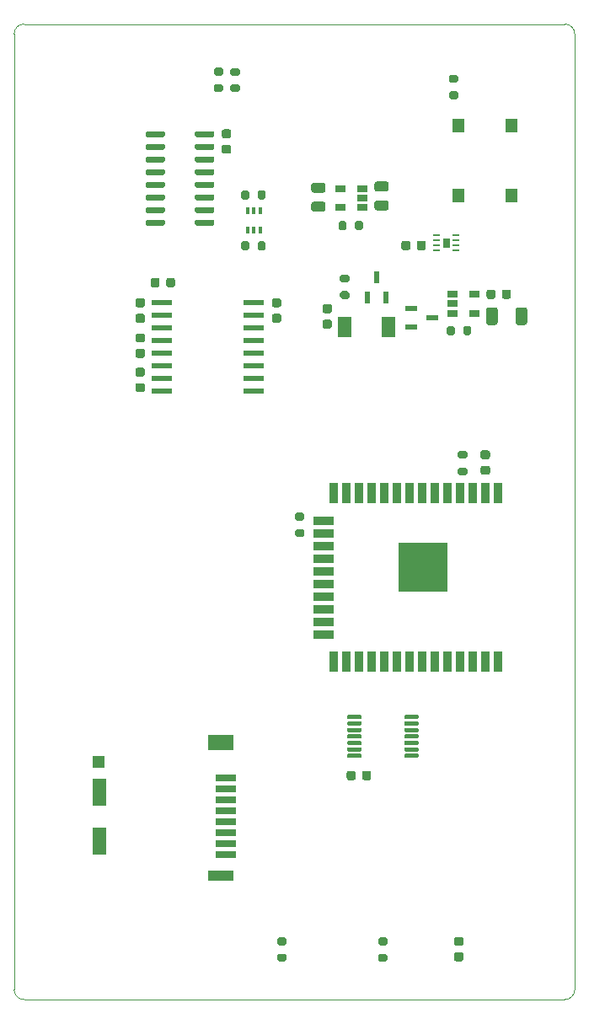
<source format=gtp>
%TF.GenerationSoftware,KiCad,Pcbnew,5.1.10-88a1d61d58~88~ubuntu20.04.1*%
%TF.CreationDate,2021-06-24T14:50:30-05:00*%
%TF.ProjectId,MiOrigin,4d694f72-6967-4696-9e2e-6b696361645f,rev?*%
%TF.SameCoordinates,Original*%
%TF.FileFunction,Paste,Top*%
%TF.FilePolarity,Positive*%
%FSLAX46Y46*%
G04 Gerber Fmt 4.6, Leading zero omitted, Abs format (unit mm)*
G04 Created by KiCad (PCBNEW 5.1.10-88a1d61d58~88~ubuntu20.04.1) date 2021-06-24 14:50:30*
%MOMM*%
%LPD*%
G01*
G04 APERTURE LIST*
%TA.AperFunction,Profile*%
%ADD10C,0.010000*%
%TD*%
%ADD11C,0.010000*%
%ADD12R,0.760000X0.270000*%
%ADD13R,1.200000X1.400000*%
%ADD14R,1.200000X1.200000*%
%ADD15R,1.400000X2.700000*%
%ADD16R,2.600000X1.500000*%
%ADD17R,2.600000X1.000000*%
%ADD18R,2.000000X0.700000*%
%ADD19R,2.060000X0.600000*%
%ADD20R,0.400000X0.650000*%
%ADD21R,1.060000X0.650000*%
%ADD22R,1.300000X0.600000*%
%ADD23R,1.400000X2.100000*%
%ADD24R,0.600000X1.300000*%
%ADD25R,0.900000X2.000000*%
%ADD26R,2.000000X0.900000*%
%ADD27R,5.000000X5.000000*%
G04 APERTURE END LIST*
D10*
X125580000Y-143500000D02*
G75*
G02*
X124580000Y-142500000I0J1000000D01*
G01*
X180920000Y-142500000D02*
G75*
G02*
X179920000Y-143500000I-1000000J0D01*
G01*
X179920000Y-45500000D02*
G75*
G02*
X180920000Y-46500000I0J-1000000D01*
G01*
X124580000Y-46500000D02*
G75*
G02*
X125580000Y-45500000I1000000J0D01*
G01*
X124580000Y-142500000D02*
X124580000Y-46500000D01*
X180920000Y-142500000D02*
X180920000Y-46500000D01*
X179920000Y-143500000D02*
X125580000Y-143500000D01*
X125580000Y-45500000D02*
X179920000Y-45500000D01*
D11*
%TO.C,U6*%
G36*
X167695000Y-67040000D02*
G01*
X168255000Y-67040000D01*
X168255000Y-67860000D01*
X167695000Y-67860000D01*
X167695000Y-67040000D01*
G37*
X167695000Y-67040000D02*
X168255000Y-67040000D01*
X168255000Y-67860000D01*
X167695000Y-67860000D01*
X167695000Y-67040000D01*
%TD*%
%TO.C,U7*%
G36*
G01*
X159515000Y-118920000D02*
X159515000Y-119120000D01*
G75*
G02*
X159415000Y-119220000I-100000J0D01*
G01*
X158140000Y-119220000D01*
G75*
G02*
X158040000Y-119120000I0J100000D01*
G01*
X158040000Y-118920000D01*
G75*
G02*
X158140000Y-118820000I100000J0D01*
G01*
X159415000Y-118820000D01*
G75*
G02*
X159515000Y-118920000I0J-100000D01*
G01*
G37*
G36*
G01*
X159515000Y-118270000D02*
X159515000Y-118470000D01*
G75*
G02*
X159415000Y-118570000I-100000J0D01*
G01*
X158140000Y-118570000D01*
G75*
G02*
X158040000Y-118470000I0J100000D01*
G01*
X158040000Y-118270000D01*
G75*
G02*
X158140000Y-118170000I100000J0D01*
G01*
X159415000Y-118170000D01*
G75*
G02*
X159515000Y-118270000I0J-100000D01*
G01*
G37*
G36*
G01*
X159515000Y-117620000D02*
X159515000Y-117820000D01*
G75*
G02*
X159415000Y-117920000I-100000J0D01*
G01*
X158140000Y-117920000D01*
G75*
G02*
X158040000Y-117820000I0J100000D01*
G01*
X158040000Y-117620000D01*
G75*
G02*
X158140000Y-117520000I100000J0D01*
G01*
X159415000Y-117520000D01*
G75*
G02*
X159515000Y-117620000I0J-100000D01*
G01*
G37*
G36*
G01*
X159515000Y-116970000D02*
X159515000Y-117170000D01*
G75*
G02*
X159415000Y-117270000I-100000J0D01*
G01*
X158140000Y-117270000D01*
G75*
G02*
X158040000Y-117170000I0J100000D01*
G01*
X158040000Y-116970000D01*
G75*
G02*
X158140000Y-116870000I100000J0D01*
G01*
X159415000Y-116870000D01*
G75*
G02*
X159515000Y-116970000I0J-100000D01*
G01*
G37*
G36*
G01*
X159515000Y-116320000D02*
X159515000Y-116520000D01*
G75*
G02*
X159415000Y-116620000I-100000J0D01*
G01*
X158140000Y-116620000D01*
G75*
G02*
X158040000Y-116520000I0J100000D01*
G01*
X158040000Y-116320000D01*
G75*
G02*
X158140000Y-116220000I100000J0D01*
G01*
X159415000Y-116220000D01*
G75*
G02*
X159515000Y-116320000I0J-100000D01*
G01*
G37*
G36*
G01*
X159515000Y-115670000D02*
X159515000Y-115870000D01*
G75*
G02*
X159415000Y-115970000I-100000J0D01*
G01*
X158140000Y-115970000D01*
G75*
G02*
X158040000Y-115870000I0J100000D01*
G01*
X158040000Y-115670000D01*
G75*
G02*
X158140000Y-115570000I100000J0D01*
G01*
X159415000Y-115570000D01*
G75*
G02*
X159515000Y-115670000I0J-100000D01*
G01*
G37*
G36*
G01*
X159515000Y-115020000D02*
X159515000Y-115220000D01*
G75*
G02*
X159415000Y-115320000I-100000J0D01*
G01*
X158140000Y-115320000D01*
G75*
G02*
X158040000Y-115220000I0J100000D01*
G01*
X158040000Y-115020000D01*
G75*
G02*
X158140000Y-114920000I100000J0D01*
G01*
X159415000Y-114920000D01*
G75*
G02*
X159515000Y-115020000I0J-100000D01*
G01*
G37*
G36*
G01*
X165240000Y-115020000D02*
X165240000Y-115220000D01*
G75*
G02*
X165140000Y-115320000I-100000J0D01*
G01*
X163865000Y-115320000D01*
G75*
G02*
X163765000Y-115220000I0J100000D01*
G01*
X163765000Y-115020000D01*
G75*
G02*
X163865000Y-114920000I100000J0D01*
G01*
X165140000Y-114920000D01*
G75*
G02*
X165240000Y-115020000I0J-100000D01*
G01*
G37*
G36*
G01*
X165240000Y-115670000D02*
X165240000Y-115870000D01*
G75*
G02*
X165140000Y-115970000I-100000J0D01*
G01*
X163865000Y-115970000D01*
G75*
G02*
X163765000Y-115870000I0J100000D01*
G01*
X163765000Y-115670000D01*
G75*
G02*
X163865000Y-115570000I100000J0D01*
G01*
X165140000Y-115570000D01*
G75*
G02*
X165240000Y-115670000I0J-100000D01*
G01*
G37*
G36*
G01*
X165240000Y-116320000D02*
X165240000Y-116520000D01*
G75*
G02*
X165140000Y-116620000I-100000J0D01*
G01*
X163865000Y-116620000D01*
G75*
G02*
X163765000Y-116520000I0J100000D01*
G01*
X163765000Y-116320000D01*
G75*
G02*
X163865000Y-116220000I100000J0D01*
G01*
X165140000Y-116220000D01*
G75*
G02*
X165240000Y-116320000I0J-100000D01*
G01*
G37*
G36*
G01*
X165240000Y-116970000D02*
X165240000Y-117170000D01*
G75*
G02*
X165140000Y-117270000I-100000J0D01*
G01*
X163865000Y-117270000D01*
G75*
G02*
X163765000Y-117170000I0J100000D01*
G01*
X163765000Y-116970000D01*
G75*
G02*
X163865000Y-116870000I100000J0D01*
G01*
X165140000Y-116870000D01*
G75*
G02*
X165240000Y-116970000I0J-100000D01*
G01*
G37*
G36*
G01*
X165240000Y-117620000D02*
X165240000Y-117820000D01*
G75*
G02*
X165140000Y-117920000I-100000J0D01*
G01*
X163865000Y-117920000D01*
G75*
G02*
X163765000Y-117820000I0J100000D01*
G01*
X163765000Y-117620000D01*
G75*
G02*
X163865000Y-117520000I100000J0D01*
G01*
X165140000Y-117520000D01*
G75*
G02*
X165240000Y-117620000I0J-100000D01*
G01*
G37*
G36*
G01*
X165240000Y-118270000D02*
X165240000Y-118470000D01*
G75*
G02*
X165140000Y-118570000I-100000J0D01*
G01*
X163865000Y-118570000D01*
G75*
G02*
X163765000Y-118470000I0J100000D01*
G01*
X163765000Y-118270000D01*
G75*
G02*
X163865000Y-118170000I100000J0D01*
G01*
X165140000Y-118170000D01*
G75*
G02*
X165240000Y-118270000I0J-100000D01*
G01*
G37*
G36*
G01*
X165240000Y-118920000D02*
X165240000Y-119120000D01*
G75*
G02*
X165140000Y-119220000I-100000J0D01*
G01*
X163865000Y-119220000D01*
G75*
G02*
X163765000Y-119120000I0J100000D01*
G01*
X163765000Y-118920000D01*
G75*
G02*
X163865000Y-118820000I100000J0D01*
G01*
X165140000Y-118820000D01*
G75*
G02*
X165240000Y-118920000I0J-100000D01*
G01*
G37*
%TD*%
D12*
%TO.C,U6*%
X168960000Y-66700000D03*
X168960000Y-67200000D03*
X168960000Y-67700000D03*
X168960000Y-68200000D03*
X166990000Y-68200000D03*
X166990000Y-67700000D03*
X166990000Y-67200000D03*
X166990000Y-66700000D03*
%TD*%
D13*
%TO.C,S3*%
X169210800Y-55716600D03*
X169210800Y-62716600D03*
%TD*%
%TO.C,S2*%
X174595600Y-55711400D03*
X174595600Y-62711400D03*
%TD*%
D14*
%TO.C,J3*%
X133086800Y-119596400D03*
D15*
X133186800Y-127546400D03*
X133186800Y-122646400D03*
D16*
X145386800Y-117696400D03*
D17*
X145386800Y-131046400D03*
D18*
X145886800Y-121246400D03*
X145886800Y-122346400D03*
X145886800Y-123446400D03*
X145886800Y-124546400D03*
X145886800Y-125646400D03*
X145886800Y-126746400D03*
X145886800Y-127846400D03*
X145886800Y-128946400D03*
%TD*%
%TO.C,C11*%
G36*
G01*
X159550000Y-121250000D02*
X159550000Y-120750000D01*
G75*
G02*
X159775000Y-120525000I225000J0D01*
G01*
X160225000Y-120525000D01*
G75*
G02*
X160450000Y-120750000I0J-225000D01*
G01*
X160450000Y-121250000D01*
G75*
G02*
X160225000Y-121475000I-225000J0D01*
G01*
X159775000Y-121475000D01*
G75*
G02*
X159550000Y-121250000I0J225000D01*
G01*
G37*
G36*
G01*
X158000000Y-121250000D02*
X158000000Y-120750000D01*
G75*
G02*
X158225000Y-120525000I225000J0D01*
G01*
X158675000Y-120525000D01*
G75*
G02*
X158900000Y-120750000I0J-225000D01*
G01*
X158900000Y-121250000D01*
G75*
G02*
X158675000Y-121475000I-225000J0D01*
G01*
X158225000Y-121475000D01*
G75*
G02*
X158000000Y-121250000I0J225000D01*
G01*
G37*
%TD*%
%TO.C,C8*%
G36*
G01*
X165050000Y-68000000D02*
X165050000Y-67500000D01*
G75*
G02*
X165275000Y-67275000I225000J0D01*
G01*
X165725000Y-67275000D01*
G75*
G02*
X165950000Y-67500000I0J-225000D01*
G01*
X165950000Y-68000000D01*
G75*
G02*
X165725000Y-68225000I-225000J0D01*
G01*
X165275000Y-68225000D01*
G75*
G02*
X165050000Y-68000000I0J225000D01*
G01*
G37*
G36*
G01*
X163500000Y-68000000D02*
X163500000Y-67500000D01*
G75*
G02*
X163725000Y-67275000I225000J0D01*
G01*
X164175000Y-67275000D01*
G75*
G02*
X164400000Y-67500000I0J-225000D01*
G01*
X164400000Y-68000000D01*
G75*
G02*
X164175000Y-68225000I-225000J0D01*
G01*
X163725000Y-68225000D01*
G75*
G02*
X163500000Y-68000000I0J225000D01*
G01*
G37*
%TD*%
%TO.C,C4*%
G36*
G01*
X156300000Y-74550000D02*
X155800000Y-74550000D01*
G75*
G02*
X155575000Y-74325000I0J225000D01*
G01*
X155575000Y-73875000D01*
G75*
G02*
X155800000Y-73650000I225000J0D01*
G01*
X156300000Y-73650000D01*
G75*
G02*
X156525000Y-73875000I0J-225000D01*
G01*
X156525000Y-74325000D01*
G75*
G02*
X156300000Y-74550000I-225000J0D01*
G01*
G37*
G36*
G01*
X156300000Y-76100000D02*
X155800000Y-76100000D01*
G75*
G02*
X155575000Y-75875000I0J225000D01*
G01*
X155575000Y-75425000D01*
G75*
G02*
X155800000Y-75200000I225000J0D01*
G01*
X156300000Y-75200000D01*
G75*
G02*
X156525000Y-75425000I0J-225000D01*
G01*
X156525000Y-75875000D01*
G75*
G02*
X156300000Y-76100000I-225000J0D01*
G01*
G37*
%TD*%
%TO.C,C2*%
G36*
G01*
X154681000Y-63346000D02*
X155631000Y-63346000D01*
G75*
G02*
X155881000Y-63596000I0J-250000D01*
G01*
X155881000Y-64096000D01*
G75*
G02*
X155631000Y-64346000I-250000J0D01*
G01*
X154681000Y-64346000D01*
G75*
G02*
X154431000Y-64096000I0J250000D01*
G01*
X154431000Y-63596000D01*
G75*
G02*
X154681000Y-63346000I250000J0D01*
G01*
G37*
G36*
G01*
X154681000Y-61446000D02*
X155631000Y-61446000D01*
G75*
G02*
X155881000Y-61696000I0J-250000D01*
G01*
X155881000Y-62196000D01*
G75*
G02*
X155631000Y-62446000I-250000J0D01*
G01*
X154681000Y-62446000D01*
G75*
G02*
X154431000Y-62196000I0J250000D01*
G01*
X154431000Y-61696000D01*
G75*
G02*
X154681000Y-61446000I250000J0D01*
G01*
G37*
%TD*%
D19*
%TO.C,U8*%
X148690000Y-73510000D03*
X148690000Y-74780000D03*
X148690000Y-76050000D03*
X148690000Y-77320000D03*
X148690000Y-78590000D03*
X148690000Y-79860000D03*
X148690000Y-81130000D03*
X148690000Y-82400000D03*
X139410000Y-82400000D03*
X139410000Y-81130000D03*
X139410000Y-79860000D03*
X139410000Y-78590000D03*
X139410000Y-77320000D03*
X139410000Y-76050000D03*
X139410000Y-74780000D03*
X139410000Y-73510000D03*
%TD*%
%TO.C,C7*%
G36*
G01*
X174975000Y-75500001D02*
X174975000Y-74199999D01*
G75*
G02*
X175224999Y-73950000I249999J0D01*
G01*
X175875001Y-73950000D01*
G75*
G02*
X176125000Y-74199999I0J-249999D01*
G01*
X176125000Y-75500001D01*
G75*
G02*
X175875001Y-75750000I-249999J0D01*
G01*
X175224999Y-75750000D01*
G75*
G02*
X174975000Y-75500001I0J249999D01*
G01*
G37*
G36*
G01*
X172025000Y-75500001D02*
X172025000Y-74199999D01*
G75*
G02*
X172274999Y-73950000I249999J0D01*
G01*
X172925001Y-73950000D01*
G75*
G02*
X173175000Y-74199999I0J-249999D01*
G01*
X173175000Y-75500001D01*
G75*
G02*
X172925001Y-75750000I-249999J0D01*
G01*
X172274999Y-75750000D01*
G75*
G02*
X172025000Y-75500001I0J249999D01*
G01*
G37*
%TD*%
%TO.C,C3*%
G36*
G01*
X161031000Y-63224000D02*
X161981000Y-63224000D01*
G75*
G02*
X162231000Y-63474000I0J-250000D01*
G01*
X162231000Y-63974000D01*
G75*
G02*
X161981000Y-64224000I-250000J0D01*
G01*
X161031000Y-64224000D01*
G75*
G02*
X160781000Y-63974000I0J250000D01*
G01*
X160781000Y-63474000D01*
G75*
G02*
X161031000Y-63224000I250000J0D01*
G01*
G37*
G36*
G01*
X161031000Y-61324000D02*
X161981000Y-61324000D01*
G75*
G02*
X162231000Y-61574000I0J-250000D01*
G01*
X162231000Y-62074000D01*
G75*
G02*
X161981000Y-62324000I-250000J0D01*
G01*
X161031000Y-62324000D01*
G75*
G02*
X160781000Y-62074000I0J250000D01*
G01*
X160781000Y-61574000D01*
G75*
G02*
X161031000Y-61324000I250000J0D01*
G01*
G37*
%TD*%
%TO.C,R17*%
G36*
G01*
X161365000Y-138905600D02*
X161915000Y-138905600D01*
G75*
G02*
X162115000Y-139105600I0J-200000D01*
G01*
X162115000Y-139505600D01*
G75*
G02*
X161915000Y-139705600I-200000J0D01*
G01*
X161365000Y-139705600D01*
G75*
G02*
X161165000Y-139505600I0J200000D01*
G01*
X161165000Y-139105600D01*
G75*
G02*
X161365000Y-138905600I200000J0D01*
G01*
G37*
G36*
G01*
X161365000Y-137255600D02*
X161915000Y-137255600D01*
G75*
G02*
X162115000Y-137455600I0J-200000D01*
G01*
X162115000Y-137855600D01*
G75*
G02*
X161915000Y-138055600I-200000J0D01*
G01*
X161365000Y-138055600D01*
G75*
G02*
X161165000Y-137855600I0J200000D01*
G01*
X161165000Y-137455600D01*
G75*
G02*
X161365000Y-137255600I200000J0D01*
G01*
G37*
%TD*%
%TO.C,R16*%
G36*
G01*
X151205000Y-138892400D02*
X151755000Y-138892400D01*
G75*
G02*
X151955000Y-139092400I0J-200000D01*
G01*
X151955000Y-139492400D01*
G75*
G02*
X151755000Y-139692400I-200000J0D01*
G01*
X151205000Y-139692400D01*
G75*
G02*
X151005000Y-139492400I0J200000D01*
G01*
X151005000Y-139092400D01*
G75*
G02*
X151205000Y-138892400I200000J0D01*
G01*
G37*
G36*
G01*
X151205000Y-137242400D02*
X151755000Y-137242400D01*
G75*
G02*
X151955000Y-137442400I0J-200000D01*
G01*
X151955000Y-137842400D01*
G75*
G02*
X151755000Y-138042400I-200000J0D01*
G01*
X151205000Y-138042400D01*
G75*
G02*
X151005000Y-137842400I0J200000D01*
G01*
X151005000Y-137442400D01*
G75*
G02*
X151205000Y-137242400I200000J0D01*
G01*
G37*
%TD*%
D20*
%TO.C,Q1*%
X148034800Y-64262600D03*
X149334800Y-64262600D03*
X148684800Y-66162600D03*
X148684800Y-64262600D03*
X149334800Y-66162600D03*
X148034800Y-66162600D03*
%TD*%
%TO.C,C9*%
G36*
G01*
X169510000Y-138104000D02*
X169010000Y-138104000D01*
G75*
G02*
X168785000Y-137879000I0J225000D01*
G01*
X168785000Y-137429000D01*
G75*
G02*
X169010000Y-137204000I225000J0D01*
G01*
X169510000Y-137204000D01*
G75*
G02*
X169735000Y-137429000I0J-225000D01*
G01*
X169735000Y-137879000D01*
G75*
G02*
X169510000Y-138104000I-225000J0D01*
G01*
G37*
G36*
G01*
X169510000Y-139654000D02*
X169010000Y-139654000D01*
G75*
G02*
X168785000Y-139429000I0J225000D01*
G01*
X168785000Y-138979000D01*
G75*
G02*
X169010000Y-138754000I225000J0D01*
G01*
X169510000Y-138754000D01*
G75*
G02*
X169735000Y-138979000I0J-225000D01*
G01*
X169735000Y-139429000D01*
G75*
G02*
X169510000Y-139654000I-225000J0D01*
G01*
G37*
%TD*%
%TO.C,R7*%
G36*
G01*
X144829600Y-49878600D02*
X145379600Y-49878600D01*
G75*
G02*
X145579600Y-50078600I0J-200000D01*
G01*
X145579600Y-50478600D01*
G75*
G02*
X145379600Y-50678600I-200000J0D01*
G01*
X144829600Y-50678600D01*
G75*
G02*
X144629600Y-50478600I0J200000D01*
G01*
X144629600Y-50078600D01*
G75*
G02*
X144829600Y-49878600I200000J0D01*
G01*
G37*
G36*
G01*
X144829600Y-51528600D02*
X145379600Y-51528600D01*
G75*
G02*
X145579600Y-51728600I0J-200000D01*
G01*
X145579600Y-52128600D01*
G75*
G02*
X145379600Y-52328600I-200000J0D01*
G01*
X144829600Y-52328600D01*
G75*
G02*
X144629600Y-52128600I0J200000D01*
G01*
X144629600Y-51728600D01*
G75*
G02*
X144829600Y-51528600I200000J0D01*
G01*
G37*
%TD*%
%TO.C,R14*%
G36*
G01*
X168475000Y-52250000D02*
X169025000Y-52250000D01*
G75*
G02*
X169225000Y-52450000I0J-200000D01*
G01*
X169225000Y-52850000D01*
G75*
G02*
X169025000Y-53050000I-200000J0D01*
G01*
X168475000Y-53050000D01*
G75*
G02*
X168275000Y-52850000I0J200000D01*
G01*
X168275000Y-52450000D01*
G75*
G02*
X168475000Y-52250000I200000J0D01*
G01*
G37*
G36*
G01*
X168475000Y-50600000D02*
X169025000Y-50600000D01*
G75*
G02*
X169225000Y-50800000I0J-200000D01*
G01*
X169225000Y-51200000D01*
G75*
G02*
X169025000Y-51400000I-200000J0D01*
G01*
X168475000Y-51400000D01*
G75*
G02*
X168275000Y-51200000I0J200000D01*
G01*
X168275000Y-50800000D01*
G75*
G02*
X168475000Y-50600000I200000J0D01*
G01*
G37*
%TD*%
%TO.C,C17*%
G36*
G01*
X137000000Y-81575000D02*
X137500000Y-81575000D01*
G75*
G02*
X137725000Y-81800000I0J-225000D01*
G01*
X137725000Y-82250000D01*
G75*
G02*
X137500000Y-82475000I-225000J0D01*
G01*
X137000000Y-82475000D01*
G75*
G02*
X136775000Y-82250000I0J225000D01*
G01*
X136775000Y-81800000D01*
G75*
G02*
X137000000Y-81575000I225000J0D01*
G01*
G37*
G36*
G01*
X137000000Y-80025000D02*
X137500000Y-80025000D01*
G75*
G02*
X137725000Y-80250000I0J-225000D01*
G01*
X137725000Y-80700000D01*
G75*
G02*
X137500000Y-80925000I-225000J0D01*
G01*
X137000000Y-80925000D01*
G75*
G02*
X136775000Y-80700000I0J225000D01*
G01*
X136775000Y-80250000D01*
G75*
G02*
X137000000Y-80025000I225000J0D01*
G01*
G37*
%TD*%
%TO.C,C16*%
G36*
G01*
X137510000Y-73960000D02*
X137010000Y-73960000D01*
G75*
G02*
X136785000Y-73735000I0J225000D01*
G01*
X136785000Y-73285000D01*
G75*
G02*
X137010000Y-73060000I225000J0D01*
G01*
X137510000Y-73060000D01*
G75*
G02*
X137735000Y-73285000I0J-225000D01*
G01*
X137735000Y-73735000D01*
G75*
G02*
X137510000Y-73960000I-225000J0D01*
G01*
G37*
G36*
G01*
X137510000Y-75510000D02*
X137010000Y-75510000D01*
G75*
G02*
X136785000Y-75285000I0J225000D01*
G01*
X136785000Y-74835000D01*
G75*
G02*
X137010000Y-74610000I225000J0D01*
G01*
X137510000Y-74610000D01*
G75*
G02*
X137735000Y-74835000I0J-225000D01*
G01*
X137735000Y-75285000D01*
G75*
G02*
X137510000Y-75510000I-225000J0D01*
G01*
G37*
%TD*%
%TO.C,C15*%
G36*
G01*
X137010000Y-78140000D02*
X137510000Y-78140000D01*
G75*
G02*
X137735000Y-78365000I0J-225000D01*
G01*
X137735000Y-78815000D01*
G75*
G02*
X137510000Y-79040000I-225000J0D01*
G01*
X137010000Y-79040000D01*
G75*
G02*
X136785000Y-78815000I0J225000D01*
G01*
X136785000Y-78365000D01*
G75*
G02*
X137010000Y-78140000I225000J0D01*
G01*
G37*
G36*
G01*
X137010000Y-76590000D02*
X137510000Y-76590000D01*
G75*
G02*
X137735000Y-76815000I0J-225000D01*
G01*
X137735000Y-77265000D01*
G75*
G02*
X137510000Y-77490000I-225000J0D01*
G01*
X137010000Y-77490000D01*
G75*
G02*
X136785000Y-77265000I0J225000D01*
G01*
X136785000Y-76815000D01*
G75*
G02*
X137010000Y-76590000I225000J0D01*
G01*
G37*
%TD*%
%TO.C,C14*%
G36*
G01*
X139858000Y-71728000D02*
X139858000Y-71228000D01*
G75*
G02*
X140083000Y-71003000I225000J0D01*
G01*
X140533000Y-71003000D01*
G75*
G02*
X140758000Y-71228000I0J-225000D01*
G01*
X140758000Y-71728000D01*
G75*
G02*
X140533000Y-71953000I-225000J0D01*
G01*
X140083000Y-71953000D01*
G75*
G02*
X139858000Y-71728000I0J225000D01*
G01*
G37*
G36*
G01*
X138308000Y-71728000D02*
X138308000Y-71228000D01*
G75*
G02*
X138533000Y-71003000I225000J0D01*
G01*
X138983000Y-71003000D01*
G75*
G02*
X139208000Y-71228000I0J-225000D01*
G01*
X139208000Y-71728000D01*
G75*
G02*
X138983000Y-71953000I-225000J0D01*
G01*
X138533000Y-71953000D01*
G75*
G02*
X138308000Y-71728000I0J225000D01*
G01*
G37*
%TD*%
%TO.C,C13*%
G36*
G01*
X150700000Y-74610000D02*
X151200000Y-74610000D01*
G75*
G02*
X151425000Y-74835000I0J-225000D01*
G01*
X151425000Y-75285000D01*
G75*
G02*
X151200000Y-75510000I-225000J0D01*
G01*
X150700000Y-75510000D01*
G75*
G02*
X150475000Y-75285000I0J225000D01*
G01*
X150475000Y-74835000D01*
G75*
G02*
X150700000Y-74610000I225000J0D01*
G01*
G37*
G36*
G01*
X150700000Y-73060000D02*
X151200000Y-73060000D01*
G75*
G02*
X151425000Y-73285000I0J-225000D01*
G01*
X151425000Y-73735000D01*
G75*
G02*
X151200000Y-73960000I-225000J0D01*
G01*
X150700000Y-73960000D01*
G75*
G02*
X150475000Y-73735000I0J225000D01*
G01*
X150475000Y-73285000D01*
G75*
G02*
X150700000Y-73060000I225000J0D01*
G01*
G37*
%TD*%
%TO.C,C12*%
G36*
G01*
X172177000Y-89222000D02*
X171677000Y-89222000D01*
G75*
G02*
X171452000Y-88997000I0J225000D01*
G01*
X171452000Y-88547000D01*
G75*
G02*
X171677000Y-88322000I225000J0D01*
G01*
X172177000Y-88322000D01*
G75*
G02*
X172402000Y-88547000I0J-225000D01*
G01*
X172402000Y-88997000D01*
G75*
G02*
X172177000Y-89222000I-225000J0D01*
G01*
G37*
G36*
G01*
X172177000Y-90772000D02*
X171677000Y-90772000D01*
G75*
G02*
X171452000Y-90547000I0J225000D01*
G01*
X171452000Y-90097000D01*
G75*
G02*
X171677000Y-89872000I225000J0D01*
G01*
X172177000Y-89872000D01*
G75*
G02*
X172402000Y-90097000I0J-225000D01*
G01*
X172402000Y-90547000D01*
G75*
G02*
X172177000Y-90772000I-225000J0D01*
G01*
G37*
%TD*%
D21*
%TO.C,U3*%
X157358000Y-63912000D03*
X157358000Y-62012000D03*
X159558000Y-62012000D03*
X159558000Y-62962000D03*
X159558000Y-63912000D03*
%TD*%
%TO.C,R12*%
G36*
G01*
X153558400Y-95383600D02*
X153008400Y-95383600D01*
G75*
G02*
X152808400Y-95183600I0J200000D01*
G01*
X152808400Y-94783600D01*
G75*
G02*
X153008400Y-94583600I200000J0D01*
G01*
X153558400Y-94583600D01*
G75*
G02*
X153758400Y-94783600I0J-200000D01*
G01*
X153758400Y-95183600D01*
G75*
G02*
X153558400Y-95383600I-200000J0D01*
G01*
G37*
G36*
G01*
X153558400Y-97033600D02*
X153008400Y-97033600D01*
G75*
G02*
X152808400Y-96833600I0J200000D01*
G01*
X152808400Y-96433600D01*
G75*
G02*
X153008400Y-96233600I200000J0D01*
G01*
X153558400Y-96233600D01*
G75*
G02*
X153758400Y-96433600I0J-200000D01*
G01*
X153758400Y-96833600D01*
G75*
G02*
X153558400Y-97033600I-200000J0D01*
G01*
G37*
%TD*%
%TO.C,R9*%
G36*
G01*
X158820000Y-66031000D02*
X158820000Y-65481000D01*
G75*
G02*
X159020000Y-65281000I200000J0D01*
G01*
X159420000Y-65281000D01*
G75*
G02*
X159620000Y-65481000I0J-200000D01*
G01*
X159620000Y-66031000D01*
G75*
G02*
X159420000Y-66231000I-200000J0D01*
G01*
X159020000Y-66231000D01*
G75*
G02*
X158820000Y-66031000I0J200000D01*
G01*
G37*
G36*
G01*
X157170000Y-66031000D02*
X157170000Y-65481000D01*
G75*
G02*
X157370000Y-65281000I200000J0D01*
G01*
X157770000Y-65281000D01*
G75*
G02*
X157970000Y-65481000I0J-200000D01*
G01*
X157970000Y-66031000D01*
G75*
G02*
X157770000Y-66231000I-200000J0D01*
G01*
X157370000Y-66231000D01*
G75*
G02*
X157170000Y-66031000I0J200000D01*
G01*
G37*
%TD*%
%TO.C,R3*%
G36*
G01*
X169366000Y-90035000D02*
X169916000Y-90035000D01*
G75*
G02*
X170116000Y-90235000I0J-200000D01*
G01*
X170116000Y-90635000D01*
G75*
G02*
X169916000Y-90835000I-200000J0D01*
G01*
X169366000Y-90835000D01*
G75*
G02*
X169166000Y-90635000I0J200000D01*
G01*
X169166000Y-90235000D01*
G75*
G02*
X169366000Y-90035000I200000J0D01*
G01*
G37*
G36*
G01*
X169366000Y-88385000D02*
X169916000Y-88385000D01*
G75*
G02*
X170116000Y-88585000I0J-200000D01*
G01*
X170116000Y-88985000D01*
G75*
G02*
X169916000Y-89185000I-200000J0D01*
G01*
X169366000Y-89185000D01*
G75*
G02*
X169166000Y-88985000I0J200000D01*
G01*
X169166000Y-88585000D01*
G75*
G02*
X169366000Y-88385000I200000J0D01*
G01*
G37*
%TD*%
D22*
%TO.C,Q5*%
X166600000Y-75000000D03*
X164500000Y-75950000D03*
X164500000Y-74050000D03*
%TD*%
%TO.C,C1*%
G36*
G01*
X146167400Y-58527000D02*
X145667400Y-58527000D01*
G75*
G02*
X145442400Y-58302000I0J225000D01*
G01*
X145442400Y-57852000D01*
G75*
G02*
X145667400Y-57627000I225000J0D01*
G01*
X146167400Y-57627000D01*
G75*
G02*
X146392400Y-57852000I0J-225000D01*
G01*
X146392400Y-58302000D01*
G75*
G02*
X146167400Y-58527000I-225000J0D01*
G01*
G37*
G36*
G01*
X146167400Y-56977000D02*
X145667400Y-56977000D01*
G75*
G02*
X145442400Y-56752000I0J225000D01*
G01*
X145442400Y-56302000D01*
G75*
G02*
X145667400Y-56077000I225000J0D01*
G01*
X146167400Y-56077000D01*
G75*
G02*
X146392400Y-56302000I0J-225000D01*
G01*
X146392400Y-56752000D01*
G75*
G02*
X146167400Y-56977000I-225000J0D01*
G01*
G37*
%TD*%
%TO.C,C5*%
G36*
G01*
X172050000Y-72900000D02*
X172050000Y-72400000D01*
G75*
G02*
X172275000Y-72175000I225000J0D01*
G01*
X172725000Y-72175000D01*
G75*
G02*
X172950000Y-72400000I0J-225000D01*
G01*
X172950000Y-72900000D01*
G75*
G02*
X172725000Y-73125000I-225000J0D01*
G01*
X172275000Y-73125000D01*
G75*
G02*
X172050000Y-72900000I0J225000D01*
G01*
G37*
G36*
G01*
X173600000Y-72900000D02*
X173600000Y-72400000D01*
G75*
G02*
X173825000Y-72175000I225000J0D01*
G01*
X174275000Y-72175000D01*
G75*
G02*
X174500000Y-72400000I0J-225000D01*
G01*
X174500000Y-72900000D01*
G75*
G02*
X174275000Y-73125000I-225000J0D01*
G01*
X173825000Y-73125000D01*
G75*
G02*
X173600000Y-72900000I0J225000D01*
G01*
G37*
%TD*%
D23*
%TO.C,D3*%
X157800000Y-75900000D03*
X162200000Y-75900000D03*
%TD*%
D24*
%TO.C,Q2*%
X161000000Y-70900000D03*
X161950000Y-73000000D03*
X160050000Y-73000000D03*
%TD*%
%TO.C,R1*%
G36*
G01*
X148196800Y-67518200D02*
X148196800Y-68068200D01*
G75*
G02*
X147996800Y-68268200I-200000J0D01*
G01*
X147596800Y-68268200D01*
G75*
G02*
X147396800Y-68068200I0J200000D01*
G01*
X147396800Y-67518200D01*
G75*
G02*
X147596800Y-67318200I200000J0D01*
G01*
X147996800Y-67318200D01*
G75*
G02*
X148196800Y-67518200I0J-200000D01*
G01*
G37*
G36*
G01*
X149846800Y-67518200D02*
X149846800Y-68068200D01*
G75*
G02*
X149646800Y-68268200I-200000J0D01*
G01*
X149246800Y-68268200D01*
G75*
G02*
X149046800Y-68068200I0J200000D01*
G01*
X149046800Y-67518200D01*
G75*
G02*
X149246800Y-67318200I200000J0D01*
G01*
X149646800Y-67318200D01*
G75*
G02*
X149846800Y-67518200I0J-200000D01*
G01*
G37*
%TD*%
%TO.C,R2*%
G36*
G01*
X147396800Y-62937400D02*
X147396800Y-62387400D01*
G75*
G02*
X147596800Y-62187400I200000J0D01*
G01*
X147996800Y-62187400D01*
G75*
G02*
X148196800Y-62387400I0J-200000D01*
G01*
X148196800Y-62937400D01*
G75*
G02*
X147996800Y-63137400I-200000J0D01*
G01*
X147596800Y-63137400D01*
G75*
G02*
X147396800Y-62937400I0J200000D01*
G01*
G37*
G36*
G01*
X149046800Y-62937400D02*
X149046800Y-62387400D01*
G75*
G02*
X149246800Y-62187400I200000J0D01*
G01*
X149646800Y-62187400D01*
G75*
G02*
X149846800Y-62387400I0J-200000D01*
G01*
X149846800Y-62937400D01*
G75*
G02*
X149646800Y-63137400I-200000J0D01*
G01*
X149246800Y-63137400D01*
G75*
G02*
X149046800Y-62937400I0J200000D01*
G01*
G37*
%TD*%
%TO.C,R8*%
G36*
G01*
X147056000Y-50704000D02*
X146506000Y-50704000D01*
G75*
G02*
X146306000Y-50504000I0J200000D01*
G01*
X146306000Y-50104000D01*
G75*
G02*
X146506000Y-49904000I200000J0D01*
G01*
X147056000Y-49904000D01*
G75*
G02*
X147256000Y-50104000I0J-200000D01*
G01*
X147256000Y-50504000D01*
G75*
G02*
X147056000Y-50704000I-200000J0D01*
G01*
G37*
G36*
G01*
X147056000Y-52354000D02*
X146506000Y-52354000D01*
G75*
G02*
X146306000Y-52154000I0J200000D01*
G01*
X146306000Y-51754000D01*
G75*
G02*
X146506000Y-51554000I200000J0D01*
G01*
X147056000Y-51554000D01*
G75*
G02*
X147256000Y-51754000I0J-200000D01*
G01*
X147256000Y-52154000D01*
G75*
G02*
X147056000Y-52354000I-200000J0D01*
G01*
G37*
%TD*%
%TO.C,R10*%
G36*
G01*
X158075000Y-73125000D02*
X157525000Y-73125000D01*
G75*
G02*
X157325000Y-72925000I0J200000D01*
G01*
X157325000Y-72525000D01*
G75*
G02*
X157525000Y-72325000I200000J0D01*
G01*
X158075000Y-72325000D01*
G75*
G02*
X158275000Y-72525000I0J-200000D01*
G01*
X158275000Y-72925000D01*
G75*
G02*
X158075000Y-73125000I-200000J0D01*
G01*
G37*
G36*
G01*
X158075000Y-71475000D02*
X157525000Y-71475000D01*
G75*
G02*
X157325000Y-71275000I0J200000D01*
G01*
X157325000Y-70875000D01*
G75*
G02*
X157525000Y-70675000I200000J0D01*
G01*
X158075000Y-70675000D01*
G75*
G02*
X158275000Y-70875000I0J-200000D01*
G01*
X158275000Y-71275000D01*
G75*
G02*
X158075000Y-71475000I-200000J0D01*
G01*
G37*
%TD*%
%TO.C,R11*%
G36*
G01*
X168850000Y-76025000D02*
X168850000Y-76575000D01*
G75*
G02*
X168650000Y-76775000I-200000J0D01*
G01*
X168250000Y-76775000D01*
G75*
G02*
X168050000Y-76575000I0J200000D01*
G01*
X168050000Y-76025000D01*
G75*
G02*
X168250000Y-75825000I200000J0D01*
G01*
X168650000Y-75825000D01*
G75*
G02*
X168850000Y-76025000I0J-200000D01*
G01*
G37*
G36*
G01*
X170500000Y-76025000D02*
X170500000Y-76575000D01*
G75*
G02*
X170300000Y-76775000I-200000J0D01*
G01*
X169900000Y-76775000D01*
G75*
G02*
X169700000Y-76575000I0J200000D01*
G01*
X169700000Y-76025000D01*
G75*
G02*
X169900000Y-75825000I200000J0D01*
G01*
X170300000Y-75825000D01*
G75*
G02*
X170500000Y-76025000I0J-200000D01*
G01*
G37*
%TD*%
D25*
%TO.C,U1*%
X173204000Y-109588000D03*
X171934000Y-109588000D03*
X170664000Y-109588000D03*
X169394000Y-109588000D03*
X168124000Y-109588000D03*
X166854000Y-109588000D03*
X165584000Y-109588000D03*
X164314000Y-109588000D03*
X163044000Y-109588000D03*
X161774000Y-109588000D03*
X160504000Y-109588000D03*
X159234000Y-109588000D03*
X157964000Y-109588000D03*
X156694000Y-109588000D03*
D26*
X155694000Y-106803000D03*
X155694000Y-105533000D03*
X155694000Y-104263000D03*
X155694000Y-102993000D03*
X155694000Y-101723000D03*
X155694000Y-100453000D03*
X155694000Y-99183000D03*
X155694000Y-97913000D03*
X155694000Y-96643000D03*
X155694000Y-95373000D03*
D25*
X156694000Y-92588000D03*
X157964000Y-92588000D03*
X159234000Y-92588000D03*
X160504000Y-92588000D03*
X161774000Y-92588000D03*
X163044000Y-92588000D03*
X164314000Y-92588000D03*
X165584000Y-92588000D03*
X166854000Y-92588000D03*
X168124000Y-92588000D03*
X169394000Y-92588000D03*
X170664000Y-92588000D03*
X171934000Y-92588000D03*
X173204000Y-92588000D03*
D27*
X165704000Y-100088000D03*
%TD*%
%TO.C,U2*%
G36*
G01*
X142750000Y-56705000D02*
X142750000Y-56405000D01*
G75*
G02*
X142900000Y-56255000I150000J0D01*
G01*
X144550000Y-56255000D01*
G75*
G02*
X144700000Y-56405000I0J-150000D01*
G01*
X144700000Y-56705000D01*
G75*
G02*
X144550000Y-56855000I-150000J0D01*
G01*
X142900000Y-56855000D01*
G75*
G02*
X142750000Y-56705000I0J150000D01*
G01*
G37*
G36*
G01*
X142750000Y-57975000D02*
X142750000Y-57675000D01*
G75*
G02*
X142900000Y-57525000I150000J0D01*
G01*
X144550000Y-57525000D01*
G75*
G02*
X144700000Y-57675000I0J-150000D01*
G01*
X144700000Y-57975000D01*
G75*
G02*
X144550000Y-58125000I-150000J0D01*
G01*
X142900000Y-58125000D01*
G75*
G02*
X142750000Y-57975000I0J150000D01*
G01*
G37*
G36*
G01*
X142750000Y-59245000D02*
X142750000Y-58945000D01*
G75*
G02*
X142900000Y-58795000I150000J0D01*
G01*
X144550000Y-58795000D01*
G75*
G02*
X144700000Y-58945000I0J-150000D01*
G01*
X144700000Y-59245000D01*
G75*
G02*
X144550000Y-59395000I-150000J0D01*
G01*
X142900000Y-59395000D01*
G75*
G02*
X142750000Y-59245000I0J150000D01*
G01*
G37*
G36*
G01*
X142750000Y-60515000D02*
X142750000Y-60215000D01*
G75*
G02*
X142900000Y-60065000I150000J0D01*
G01*
X144550000Y-60065000D01*
G75*
G02*
X144700000Y-60215000I0J-150000D01*
G01*
X144700000Y-60515000D01*
G75*
G02*
X144550000Y-60665000I-150000J0D01*
G01*
X142900000Y-60665000D01*
G75*
G02*
X142750000Y-60515000I0J150000D01*
G01*
G37*
G36*
G01*
X142750000Y-61785000D02*
X142750000Y-61485000D01*
G75*
G02*
X142900000Y-61335000I150000J0D01*
G01*
X144550000Y-61335000D01*
G75*
G02*
X144700000Y-61485000I0J-150000D01*
G01*
X144700000Y-61785000D01*
G75*
G02*
X144550000Y-61935000I-150000J0D01*
G01*
X142900000Y-61935000D01*
G75*
G02*
X142750000Y-61785000I0J150000D01*
G01*
G37*
G36*
G01*
X142750000Y-63055000D02*
X142750000Y-62755000D01*
G75*
G02*
X142900000Y-62605000I150000J0D01*
G01*
X144550000Y-62605000D01*
G75*
G02*
X144700000Y-62755000I0J-150000D01*
G01*
X144700000Y-63055000D01*
G75*
G02*
X144550000Y-63205000I-150000J0D01*
G01*
X142900000Y-63205000D01*
G75*
G02*
X142750000Y-63055000I0J150000D01*
G01*
G37*
G36*
G01*
X142750000Y-64325000D02*
X142750000Y-64025000D01*
G75*
G02*
X142900000Y-63875000I150000J0D01*
G01*
X144550000Y-63875000D01*
G75*
G02*
X144700000Y-64025000I0J-150000D01*
G01*
X144700000Y-64325000D01*
G75*
G02*
X144550000Y-64475000I-150000J0D01*
G01*
X142900000Y-64475000D01*
G75*
G02*
X142750000Y-64325000I0J150000D01*
G01*
G37*
G36*
G01*
X142750000Y-65595000D02*
X142750000Y-65295000D01*
G75*
G02*
X142900000Y-65145000I150000J0D01*
G01*
X144550000Y-65145000D01*
G75*
G02*
X144700000Y-65295000I0J-150000D01*
G01*
X144700000Y-65595000D01*
G75*
G02*
X144550000Y-65745000I-150000J0D01*
G01*
X142900000Y-65745000D01*
G75*
G02*
X142750000Y-65595000I0J150000D01*
G01*
G37*
G36*
G01*
X137800000Y-65595000D02*
X137800000Y-65295000D01*
G75*
G02*
X137950000Y-65145000I150000J0D01*
G01*
X139600000Y-65145000D01*
G75*
G02*
X139750000Y-65295000I0J-150000D01*
G01*
X139750000Y-65595000D01*
G75*
G02*
X139600000Y-65745000I-150000J0D01*
G01*
X137950000Y-65745000D01*
G75*
G02*
X137800000Y-65595000I0J150000D01*
G01*
G37*
G36*
G01*
X137800000Y-64325000D02*
X137800000Y-64025000D01*
G75*
G02*
X137950000Y-63875000I150000J0D01*
G01*
X139600000Y-63875000D01*
G75*
G02*
X139750000Y-64025000I0J-150000D01*
G01*
X139750000Y-64325000D01*
G75*
G02*
X139600000Y-64475000I-150000J0D01*
G01*
X137950000Y-64475000D01*
G75*
G02*
X137800000Y-64325000I0J150000D01*
G01*
G37*
G36*
G01*
X137800000Y-63055000D02*
X137800000Y-62755000D01*
G75*
G02*
X137950000Y-62605000I150000J0D01*
G01*
X139600000Y-62605000D01*
G75*
G02*
X139750000Y-62755000I0J-150000D01*
G01*
X139750000Y-63055000D01*
G75*
G02*
X139600000Y-63205000I-150000J0D01*
G01*
X137950000Y-63205000D01*
G75*
G02*
X137800000Y-63055000I0J150000D01*
G01*
G37*
G36*
G01*
X137800000Y-61785000D02*
X137800000Y-61485000D01*
G75*
G02*
X137950000Y-61335000I150000J0D01*
G01*
X139600000Y-61335000D01*
G75*
G02*
X139750000Y-61485000I0J-150000D01*
G01*
X139750000Y-61785000D01*
G75*
G02*
X139600000Y-61935000I-150000J0D01*
G01*
X137950000Y-61935000D01*
G75*
G02*
X137800000Y-61785000I0J150000D01*
G01*
G37*
G36*
G01*
X137800000Y-60515000D02*
X137800000Y-60215000D01*
G75*
G02*
X137950000Y-60065000I150000J0D01*
G01*
X139600000Y-60065000D01*
G75*
G02*
X139750000Y-60215000I0J-150000D01*
G01*
X139750000Y-60515000D01*
G75*
G02*
X139600000Y-60665000I-150000J0D01*
G01*
X137950000Y-60665000D01*
G75*
G02*
X137800000Y-60515000I0J150000D01*
G01*
G37*
G36*
G01*
X137800000Y-59245000D02*
X137800000Y-58945000D01*
G75*
G02*
X137950000Y-58795000I150000J0D01*
G01*
X139600000Y-58795000D01*
G75*
G02*
X139750000Y-58945000I0J-150000D01*
G01*
X139750000Y-59245000D01*
G75*
G02*
X139600000Y-59395000I-150000J0D01*
G01*
X137950000Y-59395000D01*
G75*
G02*
X137800000Y-59245000I0J150000D01*
G01*
G37*
G36*
G01*
X137800000Y-57975000D02*
X137800000Y-57675000D01*
G75*
G02*
X137950000Y-57525000I150000J0D01*
G01*
X139600000Y-57525000D01*
G75*
G02*
X139750000Y-57675000I0J-150000D01*
G01*
X139750000Y-57975000D01*
G75*
G02*
X139600000Y-58125000I-150000J0D01*
G01*
X137950000Y-58125000D01*
G75*
G02*
X137800000Y-57975000I0J150000D01*
G01*
G37*
G36*
G01*
X137800000Y-56705000D02*
X137800000Y-56405000D01*
G75*
G02*
X137950000Y-56255000I150000J0D01*
G01*
X139600000Y-56255000D01*
G75*
G02*
X139750000Y-56405000I0J-150000D01*
G01*
X139750000Y-56705000D01*
G75*
G02*
X139600000Y-56855000I-150000J0D01*
G01*
X137950000Y-56855000D01*
G75*
G02*
X137800000Y-56705000I0J150000D01*
G01*
G37*
%TD*%
D21*
%TO.C,U5*%
X168600000Y-72650000D03*
X168600000Y-73600000D03*
X168600000Y-74550000D03*
X170800000Y-74550000D03*
X170800000Y-72650000D03*
%TD*%
M02*

</source>
